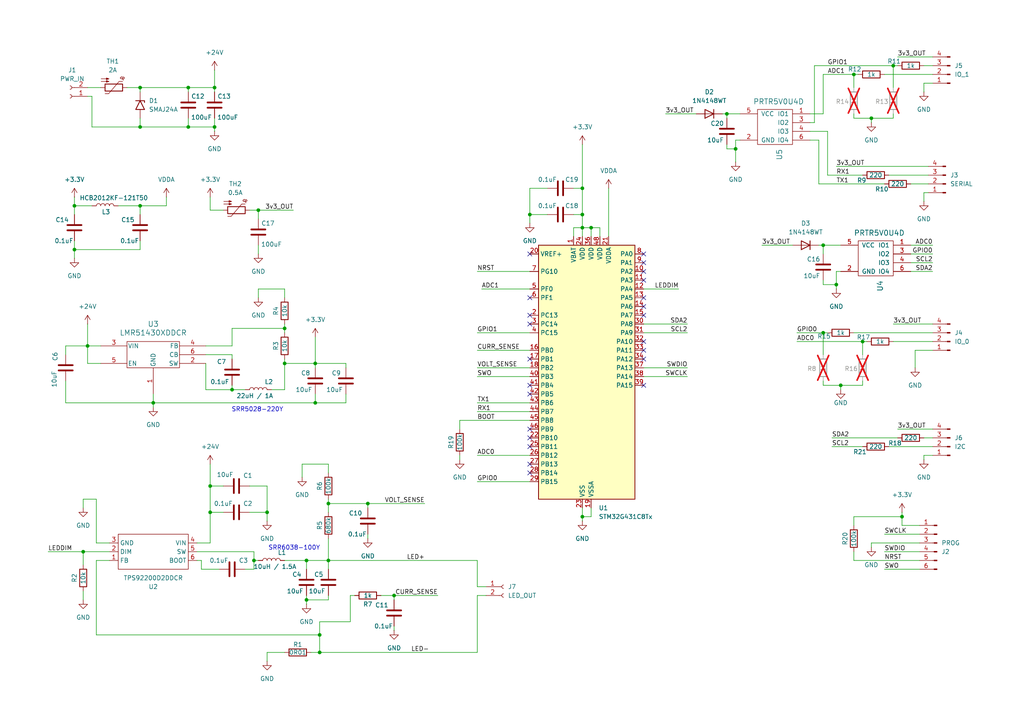
<source format=kicad_sch>
(kicad_sch (version 20231120) (generator "eeschema") (generator_version "8.0")
  (paper "A4")
  (junction (at 25.4 100.33))
  (junction (at 250.19 99.06))
  (junction (at 40.64 59.69))
  (junction (at 92.71 189.23))
  (junction (at 91.44 105.41))
  (junction (at 114.3 172.72))
  (junction (at 238.76 71.12))
  (junction (at 40.64 25.4))
  (junction (at 88.9 173.99))
  (junction (at 243.84 111.76))
  (junction (at 95.25 162.56))
  (junction (at 21.59 72.39))
  (junction (at 247.65 21.59))
  (junction (at 73.66 162.56))
  (junction (at 259.08 19.05))
  (junction (at 168.91 66.04))
  (junction (at 213.36 43.18))
  (junction (at 40.64 36.83))
  (junction (at 60.96 140.97))
  (junction (at 62.23 25.4))
  (junction (at 168.91 54.61))
  (junction (at 67.31 113.03))
  (junction (at 54.61 36.83))
  (junction (at 91.44 116.84))
  (junction (at 77.47 148.59))
  (junction (at 92.71 184.15))
  (junction (at 210.82 33.02))
  (junction (at 171.45 66.04))
  (junction (at 153.67 62.23))
  (junction (at 261.62 149.86))
  (junction (at 106.68 146.05))
  (junction (at 82.55 95.25))
  (junction (at 24.13 160.02))
  (junction (at 238.76 96.52))
  (junction (at 168.91 149.86))
  (junction (at 95.25 146.05))
  (junction (at 82.55 105.41))
  (junction (at 242.57 82.55))
  (junction (at 168.91 62.23))
  (junction (at 21.59 59.69))
  (junction (at 54.61 25.4))
  (junction (at 62.23 36.83))
  (junction (at 44.45 116.84))
  (junction (at 60.96 148.59))
  (junction (at 252.73 34.29))
  (junction (at 88.9 162.56))
  (junction (at 74.93 60.96))
  (no_connect (at 186.69 99.06))
  (no_connect (at 186.69 101.6))
  (no_connect (at 153.67 134.62))
  (no_connect (at 186.69 91.44))
  (no_connect (at 153.67 86.36))
  (no_connect (at 153.67 129.54))
  (no_connect (at 153.67 137.16))
  (no_connect (at 186.69 78.74))
  (no_connect (at 186.69 86.36))
  (no_connect (at 186.69 104.14))
  (no_connect (at 153.67 127))
  (no_connect (at 186.69 111.76))
  (no_connect (at 153.67 104.14))
  (no_connect (at 186.69 76.2))
  (no_connect (at 186.69 73.66))
  (no_connect (at 153.67 93.98))
  (no_connect (at 153.67 111.76))
  (no_connect (at 153.67 91.44))
  (no_connect (at 153.67 114.3))
  (no_connect (at 153.67 73.66))
  (no_connect (at 186.69 81.28))
  (no_connect (at 153.67 124.46))
  (no_connect (at 186.69 88.9))
  (wire (pts (xy 40.64 25.4) (xy 54.61 25.4)))
  (wire (pts (xy 247.65 21.59) (xy 247.65 25.4)))
  (wire (pts (xy 72.39 148.59) (xy 77.47 148.59)))
  (wire (pts (xy 100.33 116.84) (xy 91.44 116.84)))
  (wire (pts (xy 209.55 33.02) (xy 210.82 33.02)))
  (wire (pts (xy 67.31 113.03) (xy 59.69 113.03)))
  (wire (pts (xy 90.17 189.23) (xy 92.71 189.23)))
  (wire (pts (xy 213.36 43.18) (xy 213.36 46.99)))
  (wire (pts (xy 27.94 162.56) (xy 31.75 162.56)))
  (wire (pts (xy 168.91 66.04) (xy 168.91 68.58)))
  (wire (pts (xy 74.93 60.96) (xy 74.93 63.5)))
  (wire (pts (xy 106.68 154.94) (xy 106.68 156.21)))
  (wire (pts (xy 67.31 111.76) (xy 67.31 113.03)))
  (wire (pts (xy 58.42 165.1) (xy 58.42 162.56)))
  (wire (pts (xy 250.19 111.76) (xy 243.84 111.76)))
  (wire (pts (xy 259.08 19.05) (xy 259.08 25.4)))
  (wire (pts (xy 186.69 106.68) (xy 199.39 106.68)))
  (wire (pts (xy 166.37 68.58) (xy 166.37 66.04)))
  (wire (pts (xy 171.45 66.04) (xy 173.99 66.04)))
  (wire (pts (xy 77.47 191.77) (xy 77.47 189.23)))
  (wire (pts (xy 13.97 160.02) (xy 24.13 160.02)))
  (wire (pts (xy 67.31 100.33) (xy 59.69 100.33)))
  (wire (pts (xy 91.44 116.84) (xy 44.45 116.84)))
  (wire (pts (xy 237.49 53.34) (xy 256.54 53.34)))
  (wire (pts (xy 247.65 33.02) (xy 247.65 34.29)))
  (wire (pts (xy 19.05 100.33) (xy 19.05 102.87)))
  (wire (pts (xy 213.36 40.64) (xy 213.36 43.18)))
  (wire (pts (xy 25.4 100.33) (xy 19.05 100.33)))
  (wire (pts (xy 133.35 121.92) (xy 153.67 121.92)))
  (wire (pts (xy 168.91 147.32) (xy 168.91 149.86)))
  (wire (pts (xy 238.76 81.28) (xy 238.76 82.55)))
  (wire (pts (xy 60.96 140.97) (xy 64.77 140.97)))
  (wire (pts (xy 213.36 40.64) (xy 214.63 40.64)))
  (wire (pts (xy 138.43 139.7) (xy 153.67 139.7)))
  (wire (pts (xy 234.95 33.02) (xy 238.76 33.02)))
  (wire (pts (xy 260.35 16.51) (xy 270.51 16.51)))
  (wire (pts (xy 25.4 100.33) (xy 25.4 105.41)))
  (wire (pts (xy 236.22 35.56) (xy 236.22 19.05)))
  (wire (pts (xy 101.6 172.72) (xy 102.87 172.72)))
  (wire (pts (xy 264.16 78.74) (xy 270.51 78.74)))
  (wire (pts (xy 21.59 72.39) (xy 21.59 74.93)))
  (wire (pts (xy 247.65 21.59) (xy 248.92 21.59)))
  (wire (pts (xy 238.76 82.55) (xy 242.57 82.55)))
  (wire (pts (xy 267.97 132.08) (xy 270.51 132.08)))
  (wire (pts (xy 26.67 36.83) (xy 26.67 27.94)))
  (wire (pts (xy 138.43 78.74) (xy 153.67 78.74)))
  (wire (pts (xy 25.4 93.98) (xy 25.4 100.33)))
  (wire (pts (xy 138.43 172.72) (xy 138.43 189.23)))
  (wire (pts (xy 238.76 96.52) (xy 238.76 102.87)))
  (wire (pts (xy 44.45 114.3) (xy 44.45 116.84)))
  (wire (pts (xy 95.25 172.72) (xy 95.25 173.99)))
  (wire (pts (xy 60.96 134.62) (xy 60.96 140.97)))
  (wire (pts (xy 62.23 36.83) (xy 54.61 36.83)))
  (wire (pts (xy 19.05 116.84) (xy 19.05 110.49)))
  (wire (pts (xy 40.64 72.39) (xy 40.64 69.85)))
  (wire (pts (xy 171.45 66.04) (xy 171.45 68.58)))
  (wire (pts (xy 91.44 105.41) (xy 91.44 106.68)))
  (wire (pts (xy 210.82 33.02) (xy 214.63 33.02)))
  (wire (pts (xy 27.94 157.48) (xy 27.94 144.78)))
  (wire (pts (xy 138.43 116.84) (xy 153.67 116.84)))
  (wire (pts (xy 267.97 24.13) (xy 270.51 24.13)))
  (wire (pts (xy 106.68 146.05) (xy 106.68 147.32)))
  (wire (pts (xy 71.12 165.1) (xy 73.66 165.1)))
  (wire (pts (xy 168.91 62.23) (xy 168.91 54.61)))
  (wire (pts (xy 114.3 181.61) (xy 114.3 182.88)))
  (wire (pts (xy 34.29 59.69) (xy 40.64 59.69)))
  (wire (pts (xy 91.44 114.3) (xy 91.44 116.84)))
  (wire (pts (xy 140.97 172.72) (xy 138.43 172.72)))
  (wire (pts (xy 267.97 55.88) (xy 269.24 55.88)))
  (wire (pts (xy 250.19 99.06) (xy 250.19 102.87)))
  (wire (pts (xy 60.96 148.59) (xy 60.96 140.97)))
  (wire (pts (xy 243.84 111.76) (xy 238.76 111.76)))
  (wire (pts (xy 259.08 99.06) (xy 270.51 99.06)))
  (wire (pts (xy 238.76 71.12) (xy 243.84 71.12)))
  (wire (pts (xy 168.91 54.61) (xy 166.37 54.61)))
  (wire (pts (xy 54.61 36.83) (xy 40.64 36.83)))
  (wire (pts (xy 237.49 40.64) (xy 234.95 40.64)))
  (wire (pts (xy 267.97 133.35) (xy 267.97 132.08)))
  (wire (pts (xy 261.62 152.4) (xy 266.7 152.4)))
  (wire (pts (xy 210.82 43.18) (xy 213.36 43.18)))
  (wire (pts (xy 77.47 140.97) (xy 72.39 140.97)))
  (wire (pts (xy 236.22 19.05) (xy 259.08 19.05)))
  (wire (pts (xy 265.43 106.68) (xy 265.43 101.6)))
  (wire (pts (xy 242.57 48.26) (xy 269.24 48.26)))
  (wire (pts (xy 106.68 146.05) (xy 123.19 146.05)))
  (wire (pts (xy 247.65 152.4) (xy 247.65 149.86)))
  (wire (pts (xy 67.31 102.87) (xy 59.69 102.87)))
  (wire (pts (xy 265.43 101.6) (xy 270.51 101.6)))
  (wire (pts (xy 82.55 83.82) (xy 82.55 86.36)))
  (wire (pts (xy 40.64 59.69) (xy 40.64 62.23)))
  (wire (pts (xy 138.43 96.52) (xy 153.67 96.52)))
  (wire (pts (xy 21.59 59.69) (xy 26.67 59.69)))
  (wire (pts (xy 256.54 160.02) (xy 266.7 160.02)))
  (wire (pts (xy 110.49 172.72) (xy 114.3 172.72)))
  (wire (pts (xy 240.03 38.1) (xy 234.95 38.1)))
  (wire (pts (xy 247.65 96.52) (xy 270.51 96.52)))
  (wire (pts (xy 101.6 180.34) (xy 101.6 172.72)))
  (wire (pts (xy 92.71 189.23) (xy 92.71 184.15)))
  (wire (pts (xy 247.65 34.29) (xy 252.73 34.29)))
  (wire (pts (xy 234.95 35.56) (xy 236.22 35.56)))
  (wire (pts (xy 238.76 96.52) (xy 240.03 96.52)))
  (wire (pts (xy 260.35 124.46) (xy 270.51 124.46)))
  (wire (pts (xy 186.69 83.82) (xy 196.85 83.82)))
  (wire (pts (xy 88.9 162.56) (xy 82.55 162.56)))
  (wire (pts (xy 73.66 160.02) (xy 73.66 162.56)))
  (wire (pts (xy 73.66 162.56) (xy 73.66 165.1)))
  (wire (pts (xy 67.31 104.14) (xy 67.31 102.87)))
  (wire (pts (xy 267.97 19.05) (xy 270.51 19.05)))
  (wire (pts (xy 260.35 19.05) (xy 259.08 19.05)))
  (wire (pts (xy 63.5 165.1) (xy 58.42 165.1)))
  (wire (pts (xy 256.54 154.94) (xy 266.7 154.94)))
  (wire (pts (xy 72.39 60.96) (xy 74.93 60.96)))
  (wire (pts (xy 88.9 172.72) (xy 88.9 173.99)))
  (wire (pts (xy 82.55 105.41) (xy 91.44 105.41)))
  (wire (pts (xy 24.13 171.45) (xy 24.13 173.99)))
  (wire (pts (xy 82.55 113.03) (xy 78.74 113.03)))
  (wire (pts (xy 261.62 148.59) (xy 261.62 149.86)))
  (wire (pts (xy 21.59 69.85) (xy 21.59 72.39)))
  (wire (pts (xy 27.94 144.78) (xy 24.13 144.78)))
  (wire (pts (xy 139.7 83.82) (xy 153.67 83.82)))
  (wire (pts (xy 91.44 97.79) (xy 91.44 105.41)))
  (wire (pts (xy 153.67 64.77) (xy 153.67 62.23)))
  (wire (pts (xy 153.67 62.23) (xy 153.67 54.61)))
  (wire (pts (xy 74.93 71.12) (xy 74.93 73.66)))
  (wire (pts (xy 243.84 113.03) (xy 243.84 111.76)))
  (wire (pts (xy 60.96 148.59) (xy 64.77 148.59)))
  (wire (pts (xy 247.65 162.56) (xy 266.7 162.56)))
  (wire (pts (xy 259.08 93.98) (xy 270.51 93.98)))
  (wire (pts (xy 173.99 66.04) (xy 173.99 68.58)))
  (wire (pts (xy 88.9 165.1) (xy 88.9 162.56)))
  (wire (pts (xy 252.73 157.48) (xy 252.73 158.75)))
  (wire (pts (xy 231.14 99.06) (xy 250.19 99.06)))
  (wire (pts (xy 210.82 34.29) (xy 210.82 33.02)))
  (wire (pts (xy 82.55 104.14) (xy 82.55 105.41)))
  (wire (pts (xy 95.25 144.78) (xy 95.25 146.05)))
  (wire (pts (xy 133.35 121.92) (xy 133.35 124.46)))
  (wire (pts (xy 36.83 25.4) (xy 40.64 25.4)))
  (wire (pts (xy 21.59 57.15) (xy 21.59 59.69)))
  (wire (pts (xy 92.71 180.34) (xy 101.6 180.34)))
  (wire (pts (xy 138.43 109.22) (xy 153.67 109.22)))
  (wire (pts (xy 138.43 101.6) (xy 153.67 101.6)))
  (wire (pts (xy 64.77 60.96) (xy 60.96 60.96)))
  (wire (pts (xy 48.26 57.15) (xy 48.26 59.69)))
  (wire (pts (xy 168.91 149.86) (xy 168.91 151.13)))
  (wire (pts (xy 259.08 34.29) (xy 259.08 33.02)))
  (wire (pts (xy 168.91 62.23) (xy 166.37 62.23)))
  (wire (pts (xy 261.62 149.86) (xy 261.62 152.4)))
  (wire (pts (xy 77.47 148.59) (xy 77.47 140.97)))
  (wire (pts (xy 138.43 170.18) (xy 140.97 170.18)))
  (wire (pts (xy 176.53 54.61) (xy 176.53 68.58)))
  (wire (pts (xy 24.13 160.02) (xy 31.75 160.02)))
  (wire (pts (xy 231.14 96.52) (xy 238.76 96.52)))
  (wire (pts (xy 40.64 25.4) (xy 40.64 26.67)))
  (wire (pts (xy 237.49 71.12) (xy 238.76 71.12)))
  (wire (pts (xy 171.45 149.86) (xy 171.45 147.32)))
  (wire (pts (xy 60.96 148.59) (xy 60.96 157.48)))
  (wire (pts (xy 21.59 59.69) (xy 21.59 62.23)))
  (wire (pts (xy 95.25 134.62) (xy 95.25 137.16)))
  (wire (pts (xy 74.93 83.82) (xy 82.55 83.82)))
  (wire (pts (xy 114.3 172.72) (xy 114.3 173.99)))
  (wire (pts (xy 264.16 71.12) (xy 270.51 71.12)))
  (wire (pts (xy 87.63 138.43) (xy 87.63 134.62)))
  (wire (pts (xy 100.33 106.68) (xy 100.33 105.41)))
  (wire (pts (xy 168.91 41.91) (xy 168.91 54.61)))
  (wire (pts (xy 74.93 86.36) (xy 74.93 83.82)))
  (wire (pts (xy 57.15 160.02) (xy 73.66 160.02)))
  (wire (pts (xy 24.13 144.78) (xy 24.13 147.32)))
  (wire (pts (xy 54.61 25.4) (xy 62.23 25.4)))
  (wire (pts (xy 62.23 34.29) (xy 62.23 36.83)))
  (wire (pts (xy 257.81 129.54) (xy 270.51 129.54)))
  (wire (pts (xy 153.67 62.23) (xy 158.75 62.23)))
  (wire (pts (xy 257.81 50.8) (xy 269.24 50.8)))
  (wire (pts (xy 250.19 99.06) (xy 251.46 99.06)))
  (wire (pts (xy 250.19 110.49) (xy 250.19 111.76)))
  (wire (pts (xy 252.73 34.29) (xy 252.73 35.56)))
  (wire (pts (xy 186.69 93.98) (xy 199.39 93.98)))
  (wire (pts (xy 95.25 162.56) (xy 138.43 162.56)))
  (wire (pts (xy 59.69 105.41) (xy 59.69 113.03)))
  (wire (pts (xy 25.4 25.4) (xy 29.21 25.4)))
  (wire (pts (xy 95.25 146.05) (xy 95.25 148.59)))
  (wire (pts (xy 58.42 162.56) (xy 57.15 162.56)))
  (wire (pts (xy 82.55 105.41) (xy 82.55 113.03)))
  (wire (pts (xy 238.76 21.59) (xy 247.65 21.59)))
  (wire (pts (xy 73.66 162.56) (xy 74.93 162.56)))
  (wire (pts (xy 67.31 95.25) (xy 67.31 100.33)))
  (wire (pts (xy 242.57 82.55) (xy 242.57 83.82)))
  (wire (pts (xy 31.75 157.48) (xy 27.94 157.48)))
  (wire (pts (xy 87.63 134.62) (xy 95.25 134.62)))
  (wire (pts (xy 114.3 172.72) (xy 127 172.72)))
  (wire (pts (xy 82.55 93.98) (xy 82.55 95.25)))
  (wire (pts (xy 88.9 173.99) (xy 88.9 175.26)))
  (wire (pts (xy 100.33 105.41) (xy 91.44 105.41)))
  (wire (pts (xy 92.71 184.15) (xy 92.71 180.34)))
  (wire (pts (xy 247.65 149.86) (xy 261.62 149.86)))
  (wire (pts (xy 88.9 173.99) (xy 95.25 173.99)))
  (wire (pts (xy 95.25 162.56) (xy 95.25 165.1)))
  (wire (pts (xy 242.57 78.74) (xy 243.84 78.74)))
  (wire (pts (xy 166.37 66.04) (xy 168.91 66.04)))
  (wire (pts (xy 210.82 41.91) (xy 210.82 43.18)))
  (wire (pts (xy 100.33 114.3) (xy 100.33 116.84)))
  (wire (pts (xy 62.23 20.32) (xy 62.23 25.4)))
  (wire (pts (xy 77.47 189.23) (xy 82.55 189.23)))
  (wire (pts (xy 57.15 157.48) (xy 60.96 157.48)))
  (wire (pts (xy 264.16 53.34) (xy 269.24 53.34)))
  (wire (pts (xy 186.69 109.22) (xy 199.39 109.22)))
  (wire (pts (xy 241.3 127) (xy 260.35 127)))
  (wire (pts (xy 237.49 53.34) (xy 237.49 40.64)))
  (wire (pts (xy 95.25 156.21) (xy 95.25 162.56)))
  (wire (pts (xy 238.76 21.59) (xy 238.76 33.02)))
  (wire (pts (xy 247.65 162.56) (xy 247.65 160.02)))
  (wire (pts (xy 138.43 162.56) (xy 138.43 170.18)))
  (wire (pts (xy 40.64 36.83) (xy 40.64 34.29)))
  (wire (pts (xy 264.16 73.66) (xy 270.51 73.66)))
  (wire (pts (xy 62.23 25.4) (xy 62.23 26.67)))
  (wire (pts (xy 21.59 72.39) (xy 40.64 72.39)))
  (wire (pts (xy 240.03 50.8) (xy 250.19 50.8)))
  (wire (pts (xy 220.98 71.12) (xy 229.87 71.12)))
  (wire (pts (xy 77.47 151.13) (xy 77.47 148.59)))
  (wire (pts (xy 95.25 146.05) (xy 106.68 146.05)))
  (wire (pts (xy 242.57 78.74) (xy 242.57 82.55)))
  (wire (pts (xy 44.45 116.84) (xy 44.45 118.11)))
  (wire (pts (xy 267.97 127) (xy 270.51 127)))
  (wire (pts (xy 193.04 33.02) (xy 201.93 33.02)))
  (wire (pts (xy 26.67 27.94) (xy 25.4 27.94)))
  (wire (pts (xy 186.69 96.52) (xy 199.39 96.52)))
  (wire (pts (xy 27.94 184.15) (xy 27.94 162.56)))
  (wire (pts (xy 44.45 116.84) (xy 19.05 116.84)))
  (wire (pts (xy 256.54 21.59) (xy 270.51 21.59)))
  (wire (pts (xy 168.91 149.86) (xy 171.45 149.86)))
  (wire (pts (xy 25.4 100.33) (xy 29.21 100.33)))
  (wire (pts (xy 252.73 34.29) (xy 259.08 34.29)))
  (wire (pts (xy 82.55 95.25) (xy 67.31 95.25)))
  (wire (pts (xy 25.4 105.41) (xy 29.21 105.41)))
  (wire (pts (xy 27.94 184.15) (xy 92.71 184.15)))
  (wire (pts (xy 267.97 26.67) (xy 267.97 24.13)))
  (wire (pts (xy 168.91 66.04) (xy 168.91 62.23)))
  (wire (pts (xy 240.03 50.8) (xy 240.03 38.1)))
  (wire (pts (xy 40.64 36.83) (xy 26.67 36.83)))
  (wire (pts (xy 256.54 165.1) (xy 266.7 165.1)))
  (wire (pts (xy 153.67 54.61) (xy 158.75 54.61)))
  (wire (pts (xy 168.91 66.04) (xy 171.45 66.04)))
  (wire (pts (xy 92.71 189.23) (xy 138.43 189.23)))
  (wire (pts (xy 54.61 36.83) (xy 54.61 34.29)))
  (wire (pts (xy 267.97 58.42) (xy 267.97 55.88)))
  (wire (pts (xy 74.93 60.96) (xy 85.09 60.96)))
  (wire (pts (xy 138.43 132.08) (xy 153.67 132.08)))
  (wire (pts (xy 264.16 76.2) (xy 270.51 76.2)))
  (wire (pts (xy 241.3 129.54) (xy 250.19 129.54)))
  (wire (pts (xy 138.43 106.68) (xy 153.67 106.68)))
  (wire (pts (xy 40.64 59.69) (xy 48.26 59.69)))
  (wire (pts (xy 88.9 162.56) (xy 95.25 162.56)))
  (wire (pts (xy 24.13 160.02) (xy 24.13 163.83)))
  (wire (pts (xy 266.7 157.48) (xy 252.73 157.48)))
  (wire (pts (xy 82.55 95.25) (xy 82.55 96.52)))
  (wire (pts (xy 60.96 60.96) (xy 60.96 57.15)))
  (wire (pts (xy 133.35 132.08) (xy 133.35 133.35)))
  (wire (pts (xy 54.61 25.4) (xy 54.61 26.67)))
  (wire (pts (xy 238.76 111.76) (xy 238.76 110.49)))
  (wire (pts (xy 62.23 36.83) (xy 62.23 38.1)))
  (wire (pts (xy 138.43 119.38) (xy 153.67 119.38)))
  (wire (pts (xy 67.31 113.03) (xy 71.12 113.03)))
  (wire (pts (xy 238.76 73.66) (xy 238.76 71.12)))
  (text "SRR5028-220Y" (at 74.676 118.872 0) (effects (font (size 1.27 1.27))))
  (text "SRR6038-100Y" (at 85.344 159.004 0) (effects (font (size 1.27 1.27))))
  (label "VOLT_SENSE" (at 138.43 106.68 0))
  (label "NRST" (at 256.54 162.56 0))
  (label "SCL2" (at 199.39 96.52 180))
  (label "NRST" (at 138.43 78.74 0))
  (label "SCL2" (at 270.51 76.2 180))
  (label "LEDDIM" (at 13.97 160.02 0))
  (label "SDA2" (at 270.51 78.74 180))
  (label "RX1" (at 242.57 50.8 0))
  (label "VOLT_SENSE" (at 123.19 146.05 180))
  (label "RX1" (at 138.43 119.38 0))
  (label "CURR_SENSE" (at 127 172.72 180))
  (label "GPIO1" (at 138.43 96.52 0))
  (label "3v3_OUT" (at 259.08 93.98 0))
  (label "SWO" (at 256.54 165.1 0))
  (label "GPIO1" (at 240.03 19.05 0))
  (label "SDA2" (at 199.39 93.98 180))
  (label "ADC0" (at 138.43 132.08 0))
  (label "SWDIO" (at 199.39 106.68 180))
  (label "3v3_OUT" (at 193.04 33.02 0))
  (label "ADC0" (at 270.51 71.12 180))
  (label "3v3_OUT" (at 85.09 60.96 180))
  (label "SCL2" (at 241.3 129.54 0))
  (label "ADC1" (at 139.7 83.82 0))
  (label "LED-" (at 124.46 189.23 180))
  (label "ADC0" (at 231.14 99.06 0))
  (label "3v3_OUT" (at 260.35 16.51 0))
  (label "TX1" (at 138.43 116.84 0))
  (label "SWDIO" (at 256.54 160.02 0))
  (label "GPIO0" (at 138.43 139.7 0))
  (label "3v3_OUT" (at 260.35 124.46 0))
  (label "LEDDIM" (at 196.85 83.82 180))
  (label "TX1" (at 242.57 53.34 0))
  (label "SWCLK" (at 199.39 109.22 180))
  (label "SWO" (at 138.43 109.22 0))
  (label "SDA2" (at 241.3 127 0))
  (label "BOOT" (at 138.43 121.92 0))
  (label "ADC1" (at 240.03 21.59 0))
  (label "3v3_OUT" (at 242.57 48.26 0))
  (label "CURR_SENSE" (at 138.43 101.6 0))
  (label "GPIO0" (at 231.14 96.52 0))
  (label "3v3_OUT" (at 220.98 71.12 0))
  (label "GPIO0" (at 270.51 73.66 180))
  (label "LED+" (at 123.19 162.56 180))
  (label "SWCLK" (at 256.54 154.94 0))
  (symbol (lib_id "power:GND") (at 77.47 191.77 0) (unit 1)
    (property "Reference" "#PWR04" (effects (hide yes)))
    (property "Value" "GND" (at 77.47 196.85 0))
    (property "Description" "Power symbol creates a global label with name \"GND\" , ground" (effects (hide yes)))
  )
  (symbol (lib_id "Device:R") (at 243.84 96.52 270) (unit 1)
    (property "Reference" "R15" (at 239.014 97.536 90))
    (property "Value" "1k" (at 243.84 96.52 90))
    (property "Footprint" "Resistor_SMD:R_0603_1608Metric_Pad0.98x0.95mm_HandSolder" (effects (hide yes)))
    (property "Description" "Resistor" (effects (hide yes)))
  )
  (symbol (lib_id "Device:R") (at 86.36 189.23 90) (unit 1)
    (property "Reference" "R1" (at 86.36 186.944 90))
    (property "Value" "0R01" (at 86.36 189.23 90))
    (property "Footprint" "Resistor_SMD:R_2010_5025Metric" (effects (hide yes)))
    (property "Description" "Resistor" (effects (hide yes)))
  )
  (symbol (lib_id "Device:C") (at 238.76 77.47 180) (unit 1)
    (property "Reference" "C16" (at 235.966 75.184 0))
    (property "Value" "10uF" (at 235.458 80.01 0))
    (property "Footprint" "Capacitor_SMD:C_0603_1608Metric_Pad1.08x0.95mm_HandSolder" (effects (hide yes)))
    (property "Description" "Unpolarized capacitor" (effects (hide yes)))
  )
  (symbol (lib_name "Conn_01x02_Socket_1") (lib_id "Connector:Conn_01x02_Socket") (at 20.32 27.94 180) (unit 1)
    (property "Reference" "J1" (at 20.955 20.32 0))
    (property "Value" "PWR_IN" (at 20.955 22.86 0))
    (property "Footprint" "TerminalBlock_MetzConnect:TerminalBlock_MetzConnect_Type011_RT05502HBWC_1x02_P5.00mm_Horizontal" (effects (hide yes)))
    (property "Description" "Generic connector, single row, 01x02, script generated" (effects (hide yes)))
  )
  (symbol (lib_id "power:+24V") (at 60.96 134.62 0) (unit 1)
    (property "Reference" "#PWR01" (effects (hide yes)))
    (property "Value" "+24V" (at 60.96 129.54 0))
    (property "Description" "Power symbol creates a global label with name \"+24V\"" (effects (hide yes)))
  )
  (symbol (lib_id "Device:L") (at 74.93 113.03 90) (unit 1)
    (property "Reference" "L2" (at 77.978 110.744 90))
    (property "Value" "22uH / 1A" (at 73.914 114.808 90))
    (property "Footprint" "footprints:IND_BOURNS_SRR5028" (effects (hide yes)))
    (property "Description" "Inductor" (effects (hide yes)))
  )
  (symbol (lib_id "Device:R") (at 259.08 29.21 0) (unit 1) (dnp yes)
    (property "Reference" "R13" (at 255.778 29.464 0))
    (property "Value" "1k" (at 259.08 29.21 90))
    (property "Footprint" "Resistor_SMD:R_0603_1608Metric_Pad0.98x0.95mm_HandSolder" (effects (hide yes)))
    (property "Description" "Resistor" (effects (hide yes)))
  )
  (symbol (lib_id "Connector:Conn_01x04_Pin") (at 274.32 53.34 180) (unit 1)
    (property "Reference" "J3" (at 275.59 50.7999 0) (effects (justify right)))
    (property "Value" "SERIAL" (at 275.59 53.3399 0) (effects (justify right)))
    (property "Footprint" "Connector_JST:JST_PH_B4B-PH-K_1x04_P2.00mm_Vertical" (effects (hide yes)))
    (property "Description" "Generic connector, single row, 01x04, script generated" (effects (hide yes)))
  )
  (symbol (lib_id "Device:R") (at 247.65 29.21 0) (unit 1) (dnp yes)
    (property "Reference" "R14" (at 244.348 29.464 0))
    (property "Value" "1k" (at 247.65 29.21 90))
    (property "Footprint" "Resistor_SMD:R_0603_1608Metric_Pad0.98x0.95mm_HandSolder" (effects (hide yes)))
    (property "Description" "Resistor" (effects (hide yes)))
  )
  (symbol (lib_id "Device:L") (at 30.48 59.69 90) (unit 1)
    (property "Reference" "L3" (at 30.734 61.468 90))
    (property "Value" "HCB2012KF-121T50" (at 33.02 57.404 90))
    (property "Footprint" "Inductor_SMD:L_0805_2012Metric_Pad1.05x1.20mm_HandSolder" (effects (hide yes)))
    (property "Description" "Inductor" (effects (hide yes)))
  )
  (symbol (lib_id "power:+3.3V") (at 261.62 148.59 0) (unit 1)
    (property "Reference" "#PWR019" (effects (hide yes)))
    (property "Value" "+3.3V" (at 261.62 143.51 0))
    (property "Description" "Power symbol creates a global label with name \"+3.3V\"" (effects (hide yes)))
  )
  (symbol (lib_id "Device:R") (at 247.65 156.21 180) (unit 1)
    (property "Reference" "R20" (at 245.11 156.21 90))
    (property "Value" "100k" (at 247.65 156.21 90))
    (property "Footprint" "Resistor_SMD:R_0603_1608Metric_Pad0.98x0.95mm_HandSolder" (effects (hide yes)))
    (property "Description" "Resistor" (effects (hide yes)))
  )
  (symbol (lib_id "Device:C") (at 162.56 54.61 90) (unit 1)
    (property "Reference" "C19" (at 165.862 52.07 90))
    (property "Value" "0.1uF" (at 158.75 52.07 90))
    (property "Footprint" "Capacitor_SMD:C_0603_1608Metric_Pad1.08x0.95mm_HandSolder" (effects (hide yes)))
    (property "Description" "Unpolarized capacitor" (effects (hide yes)))
  )
  (symbol (lib_id "power:+3.3V") (at 168.91 41.91 0) (unit 1)
    (property "Reference" "#PWR033" (effects (hide yes)))
    (property "Value" "+3.3V" (at 168.91 36.83 0))
    (property "Description" "Power symbol creates a global label with name \"+3.3V\"" (effects (hide yes)))
  )
  (symbol (lib_id "Device:R") (at 254 129.54 270) (unit 1)
    (property "Reference" "R21" (at 249.428 131.064 90))
    (property "Value" "220" (at 254 129.54 90))
    (property "Footprint" "Resistor_SMD:R_0603_1608Metric_Pad0.98x0.95mm_HandSolder" (effects (hide yes)))
    (property "Description" "Resistor" (effects (hide yes)))
  )
  (symbol (lib_id "Device:C") (at 21.59 66.04 180) (unit 1)
    (property "Reference" "C14" (at 18.034 63.754 0))
    (property "Value" "0.1uF" (at 18.542 69.85 0))
    (property "Footprint" "Capacitor_SMD:C_0603_1608Metric_Pad1.08x0.95mm_HandSolder" (effects (hide yes)))
    (property "Description" "Unpolarized capacitor" (effects (hide yes)))
  )
  (symbol (lib_id "Device:R") (at 264.16 19.05 270) (unit 1)
    (property "Reference" "R11" (at 259.334 17.78 90))
    (property "Value" "1k" (at 264.16 19.05 90))
    (property "Footprint" "Resistor_SMD:R_0603_1608Metric_Pad0.98x0.95mm_HandSolder" (effects (hide yes)))
    (property "Description" "Resistor" (effects (hide yes)))
  )
  (symbol (lib_id "power:GND") (at 267.97 133.35 0) (unit 1)
    (property "Reference" "#PWR032" (effects (hide yes)))
    (property "Value" "GND" (at 267.97 138.43 0))
    (property "Description" "Power symbol creates a global label with name \"GND\" , ground" (effects (hide yes)))
  )
  (symbol (lib_id "Device:C") (at 67.31 165.1 90) (unit 1)
    (property "Reference" "C3" (at 70.612 162.56 90))
    (property "Value" "0.1uF" (at 63.5 162.56 90))
    (property "Footprint" "Capacitor_SMD:C_0603_1608Metric_Pad1.08x0.95mm_HandSolder" (effects (hide yes)))
    (property "Description" "Unpolarized capacitor" (effects (hide yes)))
  )
  (symbol (lib_id "Device:Thermistor_PTC") (at 33.02 25.4 270) (unit 1)
    (property "Reference" "TH1" (at 32.7025 17.78 90))
    (property "Value" "2A" (at 32.7025 20.32 90))
    (property "Footprint" "Capacitor_SMD:C_1206_3216Metric" (effects (hide yes)))
    (property "Description" "Temperature dependent resistor, positive temperature coefficient" (effects (hide yes)))
  )
  (symbol (lib_id "Device:C") (at 114.3 177.8 180) (unit 1)
    (property "Reference" "C11" (at 110.744 175.514 0))
    (property "Value" "0.1uF" (at 111.252 181.61 0))
    (property "Footprint" "Capacitor_SMD:C_0603_1608Metric_Pad1.08x0.95mm_HandSolder" (effects (hide yes)))
    (property "Description" "Unpolarized capacitor" (effects (hide yes)))
  )
  (symbol (lib_id "power:GND") (at 21.59 74.93 0) (unit 1)
    (property "Reference" "#PWR017" (effects (hide yes)))
    (property "Value" "GND" (at 21.59 80.01 0))
    (property "Description" "Power symbol creates a global label with name \"GND\" , ground" (effects (hide yes)))
  )
  (symbol (lib_id "Device:C") (at 54.61 30.48 180) (unit 1)
    (property "Reference" "C12" (at 57.404 27.94 0))
    (property "Value" "100uF" (at 58.42 34.036 0))
    (property "Footprint" "Capacitor_SMD:C_1206_3216Metric" (effects (hide yes)))
    (property "Description" "Unpolarized capacitor" (effects (hide yes)))
  )
  (symbol (lib_id "MCU_ST_STM32G4:STM32G431C8Tx") (at 168.91 109.22 0) (unit 1)
    (property "Reference" "U1" (at 173.6441 147.32 0) (effects (justify left)))
    (property "Value" "STM32G431C8Tx" (at 173.6441 149.86 0) (effects (justify left)))
    (property "Footprint" "Package_QFP:LQFP-48_7x7mm_P0.5mm" (effects (hide yes)))
    (property "Datasheet" "https://www.st.com/resource/en/datasheet/stm32g431c8.pdf" (effects (hide yes)))
    (property "Description" "STMicroelectronics Arm Cortex-M4 MCU, 64KB flash, 32KB RAM, 170 MHz, 1.71-3.6V, 38 GPIO, LQFP48" (effects (hide yes)))
  )
  (symbol (lib_id "power:GND") (at 242.57 83.82 0) (unit 1)
    (property "Reference" "#PWR024" (effects (hide yes)))
    (property "Value" "GND" (at 242.57 88.9 0))
    (property "Description" "Power symbol creates a global label with name \"GND\" , ground" (effects (hide yes)))
  )
  (symbol (lib_id "Device:C") (at 162.56 62.23 90) (unit 1)
    (property "Reference" "C18" (at 165.862 59.69 90))
    (property "Value" "0.1uF" (at 158.75 59.69 90))
    (property "Footprint" "Capacitor_SMD:C_0603_1608Metric_Pad1.08x0.95mm_HandSolder" (effects (hide yes)))
    (property "Description" "Unpolarized capacitor" (effects (hide yes)))
  )
  (symbol (lib_id "power:VDDA") (at 176.53 54.61 0) (unit 1)
    (property "Reference" "#PWR031" (effects (hide yes)))
    (property "Value" "VDDA" (at 176.53 49.53 0))
    (property "Description" "Power symbol creates a global label with name \"VDDA\"" (effects (hide yes)))
  )
  (symbol (lib_id "Device:C") (at 68.58 148.59 90) (unit 1)
    (property "Reference" "C2" (at 71.882 146.05 90))
    (property "Value" "0.1uF" (at 64.77 146.05 90))
    (property "Footprint" "Capacitor_SMD:C_0603_1608Metric_Pad1.08x0.95mm_HandSolder" (effects (hide yes)))
    (property "Description" "Unpolarized capacitor" (effects (hide yes)))
  )
  (symbol (lib_id "power:+24V") (at 25.4 93.98 0) (unit 1)
    (property "Reference" "#PWR07" (effects (hide yes)))
    (property "Value" "+24V" (at 25.4 88.9 0))
    (property "Description" "Power symbol creates a global label with name \"+24V\"" (effects (hide yes)))
  )
  (symbol (lib_id "power:GND") (at 44.45 118.11 0) (unit 1)
    (property "Reference" "#PWR08" (effects (hide yes)))
    (property "Value" "GND" (at 44.45 123.19 0))
    (property "Description" "Power symbol creates a global label with name \"GND\" , ground" (effects (hide yes)))
  )
  (symbol (lib_id "Connector:Conn_01x06_Pin") (at 271.78 157.48 0) (mirror y) (unit 1)
    (property "Reference" "J2" (at 273.05 160.0201 0) (effects (justify right)))
    (property "Value" "PROG" (at 273.05 157.4801 0) (effects (justify right)))
    (property "Footprint" "Connector_PinSocket_2.54mm:PinSocket_1x06_P2.54mm_Vertical" (effects (hide yes)))
    (property "Description" "Generic connector, single row, 01x06, script generated" (effects (hide yes)))
  )
  (symbol (lib_id "Device:C") (at 74.93 67.31 180) (unit 1)
    (property "Reference" "C17" (at 77.724 64.77 0))
    (property "Value" "100uF" (at 78.74 70.866 0))
    (property "Footprint" "Capacitor_SMD:C_1206_3216Metric" (effects (hide yes)))
    (property "Description" "Unpolarized capacitor" (effects (hide yes)))
  )
  (symbol (lib_id "Device:R") (at 254 50.8 270) (unit 1)
    (property "Reference" "R9" (at 249.936 52.324 90))
    (property "Value" "220" (at 254 50.8 90))
    (property "Footprint" "Resistor_SMD:R_0603_1608Metric_Pad0.98x0.95mm_HandSolder" (effects (hide yes)))
    (property "Description" "Resistor" (effects (hide yes)))
  )
  (symbol (lib_id "Device:R") (at 82.55 90.17 180) (unit 1)
    (property "Reference" "R4" (at 80.01 90.17 90))
    (property "Value" "10k" (at 82.55 90.17 90))
    (property "Footprint" "Resistor_SMD:R_0603_1608Metric_Pad0.98x0.95mm_HandSolder" (effects (hide yes)))
    (property "Description" "Resistor" (effects (hide yes)))
  )
  (symbol (lib_id "power:GND") (at 87.63 138.43 0) (unit 1)
    (property "Reference" "#PWR011" (effects (hide yes)))
    (property "Value" "GND" (at 87.63 143.51 0))
    (property "Description" "Power symbol creates a global label with name \"GND\" , ground" (effects (hide yes)))
  )
  (symbol (lib_id "Device:C") (at 106.68 151.13 180) (unit 1)
    (property "Reference" "C10" (at 103.124 148.844 0))
    (property "Value" "0.1uF" (at 103.632 154.94 0))
    (property "Footprint" "Capacitor_SMD:C_0603_1608Metric_Pad1.08x0.95mm_HandSolder" (effects (hide yes)))
    (property "Description" "Unpolarized capacitor" (effects (hide yes)))
  )
  (symbol (lib_id "power:GND") (at 265.43 106.68 0) (unit 1)
    (property "Reference" "#PWR022" (effects (hide yes)))
    (property "Value" "GND" (at 265.43 111.76 0))
    (property "Description" "Power symbol creates a global label with name \"GND\" , ground" (effects (hide yes)))
  )
  (symbol (lib_id "Device:R") (at 95.25 140.97 180) (unit 1)
    (property "Reference" "R6" (at 92.71 140.97 90))
    (property "Value" "100k" (at 95.25 140.97 90))
    (property "Footprint" "Resistor_SMD:R_0603_1608Metric_Pad0.98x0.95mm_HandSolder" (effects (hide yes)))
    (property "Description" "Resistor" (effects (hide yes)))
  )
  (symbol (lib_id "power:GND") (at 133.35 133.35 0) (unit 1)
    (property "Reference" "#PWR035" (effects (hide yes)))
    (property "Value" "GND" (at 133.35 138.43 0))
    (property "Description" "Power symbol creates a global label with name \"GND\" , ground" (effects (hide yes)))
  )
  (symbol (lib_id "PRTR5V0U4D:PRTR5V0U4D") (at 228.6 35.56 270) (unit 1)
    (property "Reference" "U5" (at 226.0601 43.18 0) (effects (font (size 1.524 1.524)) (justify left)))
    (property "Value" "PRTR5V0U4D" (at 218.44 29.464 90) (effects (font (size 1.524 1.524)) (justify left)))
    (property "Footprint" "Package_SO:TSOP-6_1.65x3.05mm_P0.95mm" (effects (hide yes)))
  )
  (symbol (lib_id "Device:C") (at 91.44 110.49 180) (unit 1)
    (property "Reference" "C8" (at 88.646 108.204 0))
    (property "Value" "10uF" (at 88.138 113.03 0))
    (property "Footprint" "Capacitor_SMD:C_0603_1608Metric_Pad1.08x0.95mm_HandSolder" (effects (hide yes)))
    (property "Description" "Unpolarized capacitor" (effects (hide yes)))
  )
  (symbol (lib_id "power:GND") (at 114.3 182.88 0) (unit 1)
    (property "Reference" "#PWR013" (effects (hide yes)))
    (property "Value" "GND" (at 114.3 187.96 0))
    (property "Description" "Power symbol creates a global label with name \"GND\" , ground" (effects (hide yes)))
  )
  (symbol (lib_id "power:GND") (at 153.67 64.77 0) (unit 1)
    (property "Reference" "#PWR030" (effects (hide yes)))
    (property "Value" "GND" (at 153.67 69.85 0))
    (property "Description" "Power symbol creates a global label with name \"GND\" , ground" (effects (hide yes)))
  )
  (symbol (lib_id "Device:R") (at 255.27 99.06 270) (unit 1)
    (property "Reference" "R17" (at 250.444 97.79 90))
    (property "Value" "1k" (at 255.27 99.06 90))
    (property "Footprint" "Resistor_SMD:R_0603_1608Metric_Pad0.98x0.95mm_HandSolder" (effects (hide yes)))
    (property "Description" "Resistor" (effects (hide yes)))
  )
  (symbol (lib_id "Diode:SMAJ24A") (at 40.64 30.48 270) (unit 1)
    (property "Reference" "D1" (at 43.18 29.2099 90) (effects (justify left)))
    (property "Value" "SMAJ24A" (at 43.18 31.7499 90) (effects (justify left)))
    (property "Footprint" "Diode_SMD:D_SMA" (effects (hide yes)))
    (property "Datasheet" "https://www.littelfuse.com/media?resourcetype=datasheets&itemid=75e32973-b177-4ee3-a0ff-cedaf1abdb93&filename=smaj-datasheet" (effects (hide yes)))
    (property "Description" "400W unidirectional Transient Voltage Suppressor, 24.0Vr, SMA(DO-214AC)" (effects (hide yes)))
  )
  (symbol (lib_id "Device:C") (at 62.23 30.48 180) (unit 1)
    (property "Reference" "C13" (at 65.024 27.94 0))
    (property "Value" "100uF" (at 66.04 34.036 0))
    (property "Footprint" "Capacitor_SMD:C_1206_3216Metric" (effects (hide yes)))
    (property "Description" "Unpolarized capacitor" (effects (hide yes)))
  )
  (symbol (lib_id "power:GND") (at 24.13 147.32 0) (unit 1)
    (property "Reference" "#PWR06" (effects (hide yes)))
    (property "Value" "GND" (at 24.13 152.4 0))
    (property "Description" "Power symbol creates a global label with name \"GND\" , ground" (effects (hide yes)))
  )
  (symbol (lib_id "power:GND") (at 267.97 58.42 0) (unit 1)
    (property "Reference" "#PWR027" (effects (hide yes)))
    (property "Value" "GND" (at 267.97 63.5 0))
    (property "Description" "Power symbol creates a global label with name \"GND\" , ground" (effects (hide yes)))
  )
  (symbol (lib_id "TPS92200:TPS92200") (at 44.45 160.02 0) (mirror x) (unit 1)
    (property "Reference" "U2" (at 44.45 170.18 0))
    (property "Value" "TPS92200D2DDCR" (at 44.45 167.64 0))
    (property "Footprint" "Package_TO_SOT_SMD:TSOT-23-6_HandSoldering" (effects (hide yes)))
  )
  (symbol (lib_id "Device:Thermistor_PTC") (at 68.58 60.96 270) (unit 1)
    (property "Reference" "TH2" (at 68.2625 53.34 90))
    (property "Value" "0.5A" (at 68.2625 55.88 90))
    (property "Footprint" "Capacitor_SMD:C_1206_3216Metric" (effects (hide yes)))
    (property "Description" "Temperature dependent resistor, positive temperature coefficient" (effects (hide yes)))
  )
  (symbol (lib_id "Connector:Conn_01x02_Socket") (at 146.05 170.18 0) (unit 1)
    (property "Reference" "J7" (at 147.32 170.1799 0) (effects (justify left)))
    (property "Value" "LED_OUT" (at 147.32 172.7199 0) (effects (justify left)))
    (property "Footprint" "TerminalBlock_MetzConnect:TerminalBlock_MetzConnect_Type011_RT05502HBWC_1x02_P5.00mm_Horizontal" (effects (hide yes)))
    (property "Description" "Generic connector, single row, 01x02, script generated" (effects (hide yes)))
  )
  (symbol (lib_id "power:GND") (at 74.93 73.66 0) (unit 1)
    (property "Reference" "#PWR023" (effects (hide yes)))
    (property "Value" "GND" (at 74.93 78.74 0))
    (property "Description" "Power symbol creates a global label with name \"GND\" , ground" (effects (hide yes)))
  )
  (symbol (lib_id "Device:C") (at 40.64 66.04 180) (unit 1)
    (property "Reference" "C15" (at 37.084 63.754 0))
    (property "Value" "0.1uF" (at 37.592 69.85 0))
    (property "Footprint" "Capacitor_SMD:C_0603_1608Metric_Pad1.08x0.95mm_HandSolder" (effects (hide yes)))
    (property "Description" "Unpolarized capacitor" (effects (hide yes)))
  )
  (symbol (lib_id "Device:R") (at 264.16 127 270) (unit 1)
    (property "Reference" "R18" (at 259.588 128.524 90))
    (property "Value" "220" (at 264.16 127 90))
    (property "Footprint" "Resistor_SMD:R_0603_1608Metric_Pad0.98x0.95mm_HandSolder" (effects (hide yes)))
    (property "Description" "Resistor" (effects (hide yes)))
  )
  (symbol (lib_id "power:GND") (at 252.73 35.56 0) (unit 1)
    (property "Reference" "#PWR026" (effects (hide yes)))
    (property "Value" "GND" (at 252.73 40.64 0))
    (property "Description" "Power symbol creates a global label with name \"GND\" , ground" (effects (hide yes)))
  )
  (symbol (lib_id "Device:R") (at 106.68 172.72 270) (unit 1)
    (property "Reference" "R7" (at 106.68 175.26 90))
    (property "Value" "1k" (at 106.68 172.72 90))
    (property "Footprint" "Resistor_SMD:R_0603_1608Metric_Pad0.98x0.95mm_HandSolder" (effects (hide yes)))
    (property "Description" "Resistor" (effects (hide yes)))
  )
  (symbol (lib_id "Connector:Conn_01x04_Pin") (at 275.59 129.54 180) (unit 1)
    (property "Reference" "J6" (at 276.86 126.9999 0) (effects (justify right)))
    (property "Value" "I2C" (at 276.86 129.5399 0) (effects (justify right)))
    (property "Footprint" "Connector_JST:JST_PH_B4B-PH-K_1x04_P2.00mm_Vertical" (effects (hide yes)))
    (property "Description" "Generic connector, single row, 01x04, script generated" (effects (hide yes)))
  )
  (symbol (lib_id "power:GND") (at 252.73 158.75 0) (unit 1)
    (property "Reference" "#PWR020" (effects (hide yes)))
    (property "Value" "GND" (at 252.73 163.83 0))
    (property "Description" "Power symbol creates a global label with name \"GND\" , ground" (effects (hide yes)))
  )
  (symbol (lib_id "Device:C") (at 95.25 168.91 180) (unit 1)
    (property "Reference" "C5" (at 92.456 166.624 0))
    (property "Value" "10uF" (at 91.948 171.45 0))
    (property "Footprint" "Capacitor_SMD:C_0805_2012Metric_Pad1.18x1.45mm_HandSolder" (effects (hide yes)))
    (property "Description" "Unpolarized capacitor" (effects (hide yes)))
  )
  (symbol (lib_id "Connector:Conn_01x04_Pin") (at 275.59 99.06 180) (unit 1)
    (property "Reference" "J4" (at 276.86 96.5199 0) (effects (justify right)))
    (property "Value" "IO_0" (at 276.86 99.0599 0) (effects (justify right)))
    (property "Footprint" "Connector_JST:JST_PH_B4B-PH-K_1x04_P2.00mm_Vertical" (effects (hide yes)))
    (property "Description" "Generic connector, single row, 01x04, script generated" (effects (hide yes)))
  )
  (symbol (lib_id "power:GND") (at 243.84 113.03 0) (unit 1)
    (property "Reference" "#PWR028" (effects (hide yes)))
    (property "Value" "GND" (at 243.84 116.84 0))
    (property "Description" "Power symbol creates a global label with name \"GND\" , ground" (effects (hide yes)))
  )
  (symbol (lib_id "power:VDDA") (at 48.26 57.15 0) (unit 1)
    (property "Reference" "#PWR018" (effects (hide yes)))
    (property "Value" "VDDA" (at 48.26 52.07 0))
    (property "Description" "Power symbol creates a global label with name \"VDDA\"" (effects (hide yes)))
  )
  (symbol (lib_id "Device:C") (at 68.58 140.97 90) (unit 1)
    (property "Reference" "C1" (at 71.882 137.922 90))
    (property "Value" "10uF" (at 65.278 137.668 90))
    (property "Footprint" "Capacitor_SMD:C_0603_1608Metric_Pad1.08x0.95mm_HandSolder" (effects (hide yes)))
    (property "Description" "Unpolarized capacitor" (effects (hide yes)))
  )
  (symbol (lib_id "Device:C") (at 210.82 38.1 180) (unit 1)
    (property "Reference" "C20" (at 208.026 35.814 0))
    (property "Value" "10uF" (at 207.518 40.64 0))
    (property "Footprint" "Capacitor_SMD:C_0603_1608Metric_Pad1.08x0.95mm_HandSolder" (effects (hide yes)))
    (property "Description" "Unpolarized capacitor" (effects (hide yes)))
  )
  (symbol (lib_id "Device:R") (at 133.35 128.27 180) (unit 1)
    (property "Reference" "R19" (at 130.81 128.27 90))
    (property "Value" "100k" (at 133.35 128.27 90))
    (property "Footprint" "Resistor_SMD:R_0603_1608Metric_Pad0.98x0.95mm_HandSolder" (effects (hide yes)))
    (property "Description" "Resistor" (effects (hide yes)))
  )
  (symbol (lib_id "Device:R") (at 250.19 106.68 0) (unit 1) (dnp yes)
    (property "Reference" "R16" (at 246.888 106.934 0))
    (property "Value" "1k" (at 250.19 106.68 90))
    (property "Footprint" "Resistor_SMD:R_0603_1608Metric_Pad0.98x0.95mm_HandSolder" (effects (hide yes)))
    (property "Description" "Resistor" (effects (hide yes)))
  )
  (symbol (lib_id "Device:R") (at 238.76 106.68 0) (unit 1) (dnp yes)
    (property "Reference" "R8" (at 235.458 106.934 0))
    (property "Value" "1k" (at 238.76 106.68 90))
    (property "Footprint" "Resistor_SMD:R_0603_1608Metric_Pad0.98x0.95mm_HandSolder" (effects (hide yes)))
    (property "Description" "Resistor" (effects (hide yes)))
  )
  (symbol (lib_id "Device:C") (at 100.33 110.49 180) (unit 1)
    (property "Reference" "C9" (at 97.536 108.204 0))
    (property "Value" "10uF" (at 97.028 113.03 0))
    (property "Footprint" "Capacitor_SMD:C_0603_1608Metric_Pad1.08x0.95mm_HandSolder" (effects (hide yes)))
    (property "Description" "Unpolarized capacitor" (effects (hide yes)))
  )
  (symbol (lib_id "Device:R") (at 260.35 53.34 270) (unit 1)
    (property "Reference" "R10" (at 255.778 54.864 90))
    (property "Value" "220" (at 260.35 53.34 90))
    (property "Footprint" "Resistor_SMD:R_0603_1608Metric_Pad0.98x0.95mm_HandSolder" (effects (hide yes)))
    (property "Description" "Resistor" (effects (hide yes)))
  )
  (symbol (lib_id "power:GND") (at 267.97 26.67 0) (unit 1)
    (property "Reference" "#PWR025" (effects (hide yes)))
    (property "Value" "GND" (at 267.97 31.75 0))
    (property "Description" "Power symbol creates a global label with name \"GND\" , ground" (effects (hide yes)))
  )
  (symbol (lib_id "Device:R") (at 24.13 167.64 180) (unit 1)
    (property "Reference" "R2" (at 21.59 167.64 90))
    (property "Value" "10k" (at 24.13 167.64 90))
    (property "Footprint" "Resistor_SMD:R_0603_1608Metric_Pad0.98x0.95mm_HandSolder" (effects (hide yes)))
    (property "Description" "Resistor" (effects (hide yes)))
  )
  (symbol (lib_id "Device:L") (at 78.74 162.56 90) (unit 1)
    (property "Reference" "L1" (at 81.788 160.274 90))
    (property "Value" "10uH / 1.5A" (at 79.756 164.338 90))
    (property "Footprint" "SRR6038:IND_BOURNS_SRR6038" (effects (hide yes)))
    (property "Description" "Inductor" (effects (hide yes)))
  )
  (symbol (lib_id "power:+24V") (at 62.23 20.32 0) (unit 1)
    (property "Reference" "#PWR015" (effects (hide yes)))
    (property "Value" "+24V" (at 62.23 15.24 0))
    (property "Description" "Power symbol creates a global label with name \"+24V\"" (effects (hide yes)))
  )
  (symbol (lib_id "Device:C") (at 67.31 107.95 180) (unit 1)
    (property "Reference" "C7" (at 64.262 104.902 0))
    (property "Value" "0.1uF" (at 63.754 110.744 0))
    (property "Footprint" "Capacitor_SMD:C_0603_1608Metric_Pad1.08x0.95mm_HandSolder" (effects (hide yes)))
    (property "Description" "Unpolarized capacitor" (effects (hide yes)))
  )
  (symbol (lib_id "power:GND") (at 77.47 151.13 0) (unit 1)
    (property "Reference" "#PWR02" (effects (hide yes)))
    (property "Value" "GND" (at 77.47 156.21 0))
    (property "Description" "Power symbol creates a global label with name \"GND\" , ground" (effects (hide yes)))
  )
  (symbol (lib_id "Connector:Conn_01x04_Pin") (at 275.59 21.59 180) (unit 1)
    (property "Reference" "J5" (at 276.86 19.0499 0) (effects (justify right)))
    (property "Value" "IO_1" (at 276.86 21.5899 0) (effects (justify right)))
    (property "Footprint" "Connector_JST:JST_PH_B4B-PH-K_1x04_P2.00mm_Vertical" (effects (hide yes)))
    (property "Description" "Generic connector, single row, 01x04, script generated" (effects (hide yes)))
  )
  (symbol (lib_id "power:GND") (at 88.9 175.26 0) (unit 1)
    (property "Reference" "#PWR03" (effects (hide yes)))
    (property "Value" "GND" (at 88.9 180.34 0))
    (property "Description" "Power symbol creates a global label with name \"GND\" , ground" (effects (hide yes)))
  )
  (symbol (lib_id "power:GND") (at 74.93 86.36 0) (unit 1)
    (property "Reference" "#PWR09" (effects (hide yes)))
    (property "Value" "GND" (at 74.93 91.44 0))
    (property "Description" "Power symbol creates a global label with name \"GND\" , ground" (effects (hide yes)))
  )
  (symbol (lib_id "power:GND") (at 168.91 151.13 0) (unit 1)
    (property "Reference" "#PWR034" (effects (hide yes)))
    (property "Value" "GND" (at 168.91 156.21 0))
    (property "Description" "Power symbol creates a global label with name \"GND\" , ground" (effects (hide yes)))
  )
  (symbol (lib_id "Device:R") (at 82.55 100.33 180) (unit 1)
    (property "Reference" "R3" (at 80.01 100.33 90))
    (property "Value" "10k" (at 82.55 100.33 90))
    (property "Footprint" "Resistor_SMD:R_0603_1608Metric_Pad0.98x0.95mm_HandSolder" (effects (hide yes)))
    (property "Description" "Resistor" (effects (hide yes)))
  )
  (symbol (lib_id "power:+3.3V") (at 60.96 57.15 0) (unit 1)
    (property "Reference" "#PWR021" (effects (hide yes)))
    (property "Value" "+3.3V" (at 60.96 52.07 0))
    (property "Description" "Power symbol creates a global label with name \"+3.3V\"" (effects (hide yes)))
  )
  (symbol (lib_id "Diode:1N4148WT") (at 205.74 33.02 180) (unit 1)
    (property "Reference" "D2" (at 205.74 26.67 0))
    (property "Value" "1N4148WT" (at 205.74 29.21 0))
    (property "Footprint" "Diode_SMD:D_SOD-523" (effects (hide yes)))
    (property "Datasheet" "https://www.diodes.com/assets/Datasheets/ds30396.pdf" (effects (hide yes)))
    (property "Description" "75V 0.15A Fast switching Diode, SOD-523" (effects (hide yes)))
    (property "Sim.Device" "D" (effects (hide yes)))
    (property "Sim.Pins" "1=K 2=A" (effects (hide yes)))
  )
  (symbol (lib_id "Device:R") (at 252.73 21.59 270) (unit 1)
    (property "Reference" "R12" (at 247.904 20.066 90))
    (property "Value" "1k" (at 252.73 21.59 90))
    (property "Footprint" "Resistor_SMD:R_0603_1608Metric_Pad0.98x0.95mm_HandSolder" (effects (hide yes)))
    (property "Description" "Resistor" (effects (hide yes)))
  )
  (symbol (lib_id "power:GND") (at 213.36 46.99 0) (unit 1)
    (property "Reference" "#PWR029" (effects (hide yes)))
    (property "Value" "GND" (at 213.36 52.07 0))
    (property "Description" "Power symbol creates a global label with name \"GND\" , ground" (effects (hide yes)))
  )
  (symbol (lib_id "Device:C") (at 88.9 168.91 180) (unit 1)
    (property "Reference" "C4" (at 86.106 166.624 0))
    (property "Value" "10uF" (at 85.598 171.45 0))
    (property "Footprint" "Capacitor_SMD:C_0805_2012Metric_Pad1.18x1.45mm_HandSolder" (effects (hide yes)))
    (property "Description" "Unpolarized capacitor" (effects (hide yes)))
  )
  (symbol (lib_id "power:GND") (at 62.23 38.1 0) (unit 1)
    (property "Reference" "#PWR014" (effects (hide yes)))
    (property "Value" "GND" (at 62.23 43.18 0))
    (property "Description" "Power symbol creates a global label with name \"GND\" , ground" (effects (hide yes)))
  )
  (symbol (lib_id "2023-10-13_17-27-31:LMR51430XDDCR") (at 25.4 102.87 0) (unit 1)
    (property "Reference" "U3" (at 44.45 93.98 0) (effects (font (size 1.524 1.524))))
    (property "Value" "LMR51430XDDCR" (at 44.45 96.52 0) (effects (font (size 1.524 1.524))))
    (property "Footprint" "Package_TO_SOT_SMD:TSOT-23-6_HandSoldering" (effects (hide yes)))
    (property "Datasheet" "LMR51430XDDCR" (effects (hide yes)))
  )
  (symbol (lib_id "PRTR5V0U4D:PRTR5V0U4D") (at 257.81 73.66 270) (unit 1)
    (property "Reference" "U4" (at 255.2701 81.28 0) (effects (font (size 1.524 1.524)) (justify left)))
    (property "Value" "PRTR5V0U4D" (at 247.65 67.564 90) (effects (font (size 1.524 1.524)) (justify left)))
    (property "Footprint" "Package_SO:TSOP-6_1.65x3.05mm_P0.95mm" (effects (hide yes)))
  )
  (symbol (lib_id "power:GND") (at 24.13 173.99 0) (unit 1)
    (property "Reference" "#PWR05" (effects (hide yes)))
    (property "Value" "GND" (at 24.13 179.07 0))
    (property "Description" "Power symbol creates a global label with name \"GND\" , ground" (effects (hide yes)))
  )
  (symbol (lib_id "power:GND") (at 106.68 156.21 0) (unit 1)
    (property "Reference" "#PWR012" (effects (hide yes)))
    (property "Value" "GND" (at 106.68 161.29 0))
    (property "Description" "Power symbol creates a global label with name \"GND\" , ground" (effects (hide yes)))
  )
  (symbol (lib_id "Device:C") (at 19.05 106.68 180) (unit 1)
    (property "Reference" "C6" (at 16.002 103.378 90))
    (property "Value" "10uF" (at 15.748 109.982 90))
    (property "Footprint" "Capacitor_SMD:C_0603_1608Metric_Pad1.08x0.95mm_HandSolder" (effects (hide yes)))
    (property "Description" "Unpolarized capacitor" (effects (hide yes)))
  )
  (symbol (lib_id "Diode:1N4148WT") (at 233.68 71.12 180) (unit 1)
    (property "Reference" "D3" (at 233.68 64.77 0))
    (property "Value" "1N4148WT" (at 233.68 67.31 0))
    (property "Footprint" "Diode_SMD:D_SOD-523" (effects (hide yes)))
    (property "Datasheet" "https://www.diodes.com/assets/Datasheets/ds30396.pdf" (effects (hide yes)))
    (property "Description" "75V 0.15A Fast switching Diode, SOD-523" (effects (hide yes)))
    (property "Sim.Device" "D" (effects (hide yes)))
    (property "Sim.Pins" "1=K 2=A" (effects (hide yes)))
  )
  (symbol (lib_id "power:+3.3V") (at 21.59 57.15 0) (unit 1)
    (property "Reference" "#PWR016" (effects (hide yes)))
    (property "Value" "+3.3V" (at 21.59 52.07 0))
    (property "Description" "Power symbol creates a global label with name \"+3.3V\"" (effects (hide yes)))
  )
  (symbol (lib_id "Device:R") (at 95.25 152.4 180) (unit 1)
    (property "Reference" "R5" (at 92.71 152.4 90))
    (property "Value" "680k" (at 95.25 152.4 90))
    (property "Footprint" "Resistor_SMD:R_0603_1608Metric_Pad0.98x0.95mm_HandSolder" (effects (hide yes)))
    (property "Description" "Resistor" (effects (hide yes)))
  )
  (symbol (lib_id "power:+3.3V") (at 91.44 97.79 0) (unit 1)
    (property "Reference" "#PWR010" (effects (hide yes)))
    (property "Value" "+3.3V" (at 91.44 92.71 0))
    (property "Description" "Power symbol creates a global label with name \"+3.3V\"" (effects (hide yes)))
  )
)
</source>
